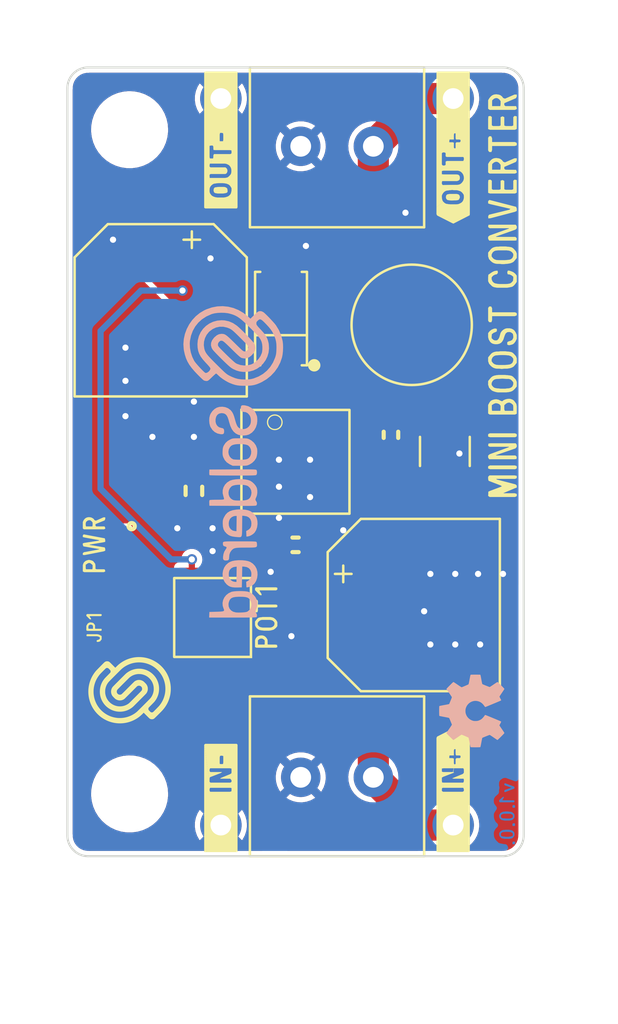
<source format=kicad_pcb>
(kicad_pcb (version 20210126) (generator pcbnew)
  (layers (0 "F.Cu" mixed) (31 "B.Cu" signal) (34 "B.Paste" user) (35 "F.Paste" user) (36 "B.SilkS" user "B.Silkscreen") (37 "F.SilkS" user "F.Silkscreen") (38 "B.Mask" user) (39 "F.Mask" user) (44 "Edge.Cuts" user))
  (net 0 "")
  (net 1 "GND")
  (net 2 "VIN")
  (net 3 "Net-(C2-Pad2)")
  (net 4 "VOUT")
  (net 5 "Net-(D1-Pad1)")
  (net 6 "Net-(L1-Pad1)")
  (net 7 "Net-(R2-Pad2)")
  (net 8 "Net-(R3-Pad2)")
  (net 10 "Net-(D2-Pad1)")
  (net 11 "Net-(JP1-Pad2)")
  (footprint "e-radionica.com footprinti:1210R" (layer "F.Cu") (at 88.2 130.5 90)
    (fp_text reference "R1")
    (fp_text value "CR1210JR030P05Z")
    (pad "1" smd rect (at -1.525 0 180) (size 2.65 1.2) (layers "F.Cu" "F.Paste" "F.Mask") (net 2 "VIN"))
    (pad "2" smd rect (at 1.525 0 180) (size 2.65 1.2) (layers "F.Cu" "F.Paste" "F.Mask") (net 6 "Net-(L1-Pad1)"))
  )
  (footprint "e-radionica.com footprinti:HOLE_3.2mm" (layer "F.Cu") (at 73 115)
    (fp_text reference "H2" hide)
    (fp_text value "HOLE_3.2mm" hide)
    (pad "" np_thru_hole circle (at 0 0) (size 3.2 3.2) (drill 3.2) (layers F&B.Cu *.Mask))
  )
  (footprint "e-radionica.com footprinti:ELECTROLITIC_CAP_8x8x14.5" (layer "F.Cu") (at 74.5 123.7 -90)
    (fp_text reference "C3")
    (fp_text value "VKMD1451K101MV")
    (pad "1" smd rect (at -3.3 0) (size 1.2 3.4) (layers "F.Cu" "F.Paste" "F.Mask") (net 4 "VOUT"))
    (pad "2" smd rect (at 3.3 0) (size 1.2 3.4) (layers "F.Cu" "F.Paste" "F.Mask") (net 1 "GND"))
  )
  (footprint "e-radionica.com footprinti:ELECTROLITIC_CAP_8x8x14.5" (layer "F.Cu") (at 86.7 137.9)
    (fp_text reference "C1")
    (fp_text value "VKMD1451K101MV")
    (pad "1" smd rect (at -3.3 0 90) (size 1.2 3.4) (layers "F.Cu" "F.Paste" "F.Mask") (net 2 "VIN"))
    (pad "2" smd rect (at 3.3 0 90) (size 1.2 3.4) (layers "F.Cu" "F.Paste" "F.Mask") (net 1 "GND"))
  )
  (footprint "buzzardLabel" (layer "F.Cu") (at 88.6 150.2 90)
    (fp_text reference "" (at 0 0 90) (layer "F.SilkS") (effects (font (size 1.27 1.27))))
    (fp_text value "" (at 0 0 90) (layer "F.SilkS") (effects (font (size 1.27 1.27))))
  )
  (footprint "e-radionica.com footprinti:HEADER_MALE_1X1" (layer "F.Cu") (at 88.6 113.5)
    (fp_text reference "K4")
    (fp_text value "HEADER_MALE_1X1")
    (pad "1" thru_hole circle (at 0 0) (size 2 2) (drill 1) (layers *.Cu *.Mask) (net 4 "VOUT"))
  )
  (footprint "e-radionica.com footprinti:SOIC−8" (layer "F.Cu") (at 81 131)
    (fp_text reference "U1")
    (fp_text value "MC34063ADR")
    (pad "1" smd rect (at -2.7 -1.905) (size 1.55 0.6) (layers "F.Cu" "F.Paste" "F.Mask") (net 5 "Net-(D1-Pad1)"))
    (pad "2" smd rect (at -2.6 -0.635) (size 1.55 0.6) (layers "F.Cu" "F.Paste" "F.Mask") (net 1 "GND"))
    (pad "3" smd rect (at -2.6 0.635) (size 1.55 0.6) (layers "F.Cu" "F.Paste" "F.Mask") (net 3 "Net-(C2-Pad2)"))
    (pad "4" smd rect (at -2.6 1.905) (size 1.55 0.6) (layers "F.Cu" "F.Paste" "F.Mask") (net 1 "GND"))
    (pad "5" smd rect (at 2.6 1.905) (size 1.55 0.6) (layers "F.Cu" "F.Paste" "F.Mask") (net 7 "Net-(R2-Pad2)"))
    (pad "6" smd rect (at 2.6 0.635) (size 1.55 0.6) (layers "F.Cu" "F.Paste" "F.Mask") (net 2 "VIN"))
    (pad "7" smd rect (at 2.6 -0.635) (size 1.55 0.6) (layers "F.Cu" "F.Paste" "F.Mask") (net 6 "Net-(L1-Pad1)"))
    (pad "8" smd rect (at 2.6 -1.905) (size 1.55 0.6) (layers "F.Cu" "F.Paste" "F.Mask") (net 8 "Net-(R3-Pad2)"))
  )
  (footprint "e-radionica.com footprinti:0402R" (layer "F.Cu") (at 72.5 137 90)
    (fp_text reference "R5")
    (fp_text value "1k")
    (pad "1" smd rect (at -0.5 0 180) (size 0.64 0.54) (layers "F.Cu" "F.Paste" "F.Mask") (net 11 "Net-(JP1-Pad2)"))
    (pad "2" smd rect (at 0.5 0 180) (size 0.64 0.54) (layers "F.Cu" "F.Paste" "F.Mask") (net 10 "Net-(D2-Pad1)"))
  )
  (footprint "Soldered Graphics:Logo-Front-Soldered-4mm" (layer "F.Cu") (at 73 142 90)
    (fp_text reference "G***" hide)
    (fp_text value "LOGO" hide)
  )
  (footprint "buzzardLabel" (layer "F.Cu") (at 71.3 135 90)
    (fp_text reference "" (at 0 0 90) (layer "F.SilkS") (effects (font (size 1.27 1.27))))
    (fp_text value "" (at 0 0 90) (layer "F.SilkS") (effects (font (size 1.27 1.27))))
  )
  (footprint "e-radionica.com footprinti:HOLE_3.2mm" (layer "F.Cu") (at 73 147)
    (fp_text reference "H1" hide)
    (fp_text value "HOLE_3.2mm" hide)
    (pad "" np_thru_hole circle (at 0 0) (size 3.2 3.2) (drill 3.2) (layers F&B.Cu *.Mask))
  )
  (footprint "buzzardLabel" (layer "F.Cu") (at 71.3 139 90)
    (fp_text reference "" (at 0 0 90) (layer "F.SilkS") (effects (font (size 1.27 1.27))))
    (fp_text value "" (at 0 0 90) (layer "F.SilkS") (effects (font (size 1.27 1.27))))
  )
  (footprint "e-radionica.com footprinti:HEADER_MALE_1X1" (layer "F.Cu") (at 88.6 148.5)
    (fp_text reference "K1")
    (fp_text value "HEADER_MALE_1X1")
    (pad "1" thru_hole circle (at 0 0) (size 2 2) (drill 1) (layers *.Cu *.Mask) (net 2 "VIN"))
  )
  (footprint "buzzardLabel" (layer "F.Cu") (at 91 123 90)
    (fp_text reference "" (at 0 0 90) (layer "F.SilkS") (effects (font (size 1.27 1.27))))
    (fp_text value "" (at 0 0 90) (layer "F.SilkS") (effects (font (size 1.27 1.27))))
  )
  (footprint "buzzardLabel" (layer "F.Cu") (at 88.6 111.8 90)
    (fp_text reference "" (at 0 0 90) (layer "F.SilkS") (effects (font (size 1.27 1.27))))
    (fp_text value "" (at 0 0 90) (layer "F.SilkS") (effects (font (size 1.27 1.27))))
  )
  (footprint "Soldered Graphics:Logo-Back-OSH-3.5mm" (layer "F.Cu") (at 89.5 143 90)
    (fp_text reference "G***" hide)
    (fp_text value "LOGO" hide)
  )
  (footprint "e-radionica.com footprinti:SMA_DIODE" (layer "F.Cu") (at 80.3 124.1 -90)
    (fp_text reference "D1")
    (fp_text value "SS36A")
    (pad "1" smd rect (at -1.95 0) (size 1.7 1.5) (layers "F.Cu" "F.Paste" "F.Mask") (net 5 "Net-(D1-Pad1)"))
    (pad "2" smd rect (at 1.95 0) (size 1.7 1.5) (layers "F.Cu" "F.Paste" "F.Mask") (net 4 "VOUT"))
  )
  (footprint "e-radionica.com footprinti:2P_TERMINAL_3.5MM" (layer "F.Cu") (at 83 115.8 180)
    (fp_text reference "K5")
    (fp_text value "2P_TERMINAL_3.5MM")
    (pad "1" thru_hole circle (at -1.75 0 180) (size 1.9 1.9) (drill 1) (layers *.Cu *.Mask) (net 4 "VOUT"))
    (pad "2" thru_hole circle (at 1.75 0 180) (size 1.9 1.9) (drill 1) (layers *.Cu *.Mask) (net 1 "GND"))
  )
  (footprint "e-radionica.com footprinti:CMLF0504-330KTT" (layer "F.Cu") (at 86.6 124.4 90)
    (fp_text reference "L1")
    (fp_text value "GCD54-100MC")
    (pad "1" smd rect (at -2 0 180) (size 5.5 2.5) (layers "F.Cu" "F.Paste" "F.Mask") (net 6 "Net-(L1-Pad1)"))
    (pad "2" smd rect (at 2 0 180) (size 5.5 2.5) (layers "F.Cu" "F.Paste" "F.Mask") (net 5 "Net-(D1-Pad1)"))
  )
  (footprint "e-radionica.com footprinti:0603R" (layer "F.Cu") (at 85.6 129.7 90)
    (fp_text reference "R3")
    (fp_text value "180R")
    (pad "1" smd rect (at -0.775 0 180) (size 1 0.64) (layers "F.Cu" "F.Paste" "F.Mask") (net 6 "Net-(L1-Pad1)"))
    (pad "2" smd rect (at 0.775 0 180) (size 1 0.64) (layers "F.Cu" "F.Paste" "F.Mask") (net 8 "Net-(R3-Pad2)"))
  )
  (footprint "buzzardLabel" (layer "F.Cu") (at 77.4 111.8 90)
    (fp_text reference "" (at 0 0 90) (layer "F.SilkS") (effects (font (size 1.27 1.27))))
    (fp_text value "" (at 0 0 90) (layer "F.SilkS") (effects (font (size 1.27 1.27))))
  )
  (footprint "e-radionica.com footprinti:2P_TERMINAL_3.5MM" (layer "F.Cu") (at 83 146.2)
    (fp_text reference "K2")
    (fp_text value "2P_TERMINAL_3.5MM")
    (pad "1" thru_hole circle (at -1.75 0) (size 1.9 1.9) (drill 1) (layers *.Cu *.Mask) (net 1 "GND"))
    (pad "2" thru_hole circle (at 1.75 0) (size 1.9 1.9) (drill 1) (layers *.Cu *.Mask) (net 2 "VIN"))
  )
  (footprint "e-radionica.com footprinti:SMD-JUMPER-CONNECTED_TRACE_NOSLODERMASK" (layer "F.Cu") (at 72.5 139 90)
    (fp_text reference "JP1")
    (fp_text value "SMD-JUMPER-CONNECTED_TRACE_NOSLODERMASK")
    (fp_poly (pts (xy 0.1 0.1) (xy -0.1 0.1) (xy -0.1 -0.1) (xy 0.1 -0.1)) (layer "F.Cu") (width 0.1) (fill solid))
    (pad "1" smd rect (at -0.35 0 90) (size 0.5 1) (layers "F.Cu") (net 4 "VOUT"))
    (pad "2" smd rect (at 0.35 0 90) (size 0.5 1) (layers "F.Cu") (net 11 "Net-(JP1-Pad2)"))
  )
  (footprint "e-radionica.com footprinti:tc33x-2-103e" (layer "F.Cu") (at 77 138.5 180)
    (fp_text reference "R4")
    (fp_text value "tc33x-2-104e")
    (pad "1" smd rect (at -1 1.8 180) (size 1.2 1.2) (layers "F.Cu" "F.Paste" "F.Mask"))
    (pad "2" smd rect (at 0 -1.45 180) (size 1.6 1.5) (layers "F.Cu" "F.Paste" "F.Mask") (net 7 "Net-(R2-Pad2)"))
    (pad "3" smd rect (at 1 1.8 180) (size 1.2 1.2) (layers "F.Cu" "F.Paste" "F.Mask") (net 4 "VOUT"))
  )
  (footprint "e-radionica.com footprinti:FIDUCIAL_1MM_PASTE" (layer "F.Cu") (at 80 149)
    (fp_text reference "FD1")
    (fp_text value "Fiducial_Stencil")
    (pad "1" smd circle (at 0 0) (size 1 1) (property pad_prop_fiducial_glob) (layers "F.Cu" "F.Paste" "F.Mask"))
  )
  (footprint "e-radionica.com footprinti:0603C" (layer "F.Cu") (at 76.1 132.4 90)
    (fp_text reference "C2")
    (fp_text value "470pF")
    (pad "1" smd rect (at -0.73 0 90) (size 0.66 1) (layers "F.Cu" "F.Paste" "F.Mask") (net 1 "GND"))
    (pad "2" smd rect (at 0.73 0 90) (size 0.66 1) (layers "F.Cu" "F.Paste" "F.Mask") (net 3 "Net-(C2-Pad2)"))
  )
  (footprint "e-radionica.com footprinti:0402LED" (layer "F.Cu") (at 72.5 135 90)
    (fp_text reference "D2")
    (fp_text value "purple")
    (pad "1" smd rect (at -0.55 0 180) (size 0.75 0.45) (layers "F.Cu" "F.Paste" "F.Mask") (net 10 "Net-(D2-Pad1)"))
    (pad "2" smd rect (at 0.55 0 180) (size 0.75 0.45) (layers "F.Cu" "F.Paste" "F.Mask") (net 1 "GND"))
  )
  (footprint "Soldered Graphics:Logo-Back-SolderedFULL-15mm" (layer "F.Cu") (at 78 131 90)
    (fp_text reference "REF**" hide)
    (fp_text value "Logo-Front-SolderedFULL-15mm" hide)
  )
  (footprint "buzzardLabel" (layer "F.Cu") (at 77.4 150.2 90)
    (fp_text reference "" (at 0 0 90) (layer "F.SilkS") (effects (font (size 1.27 1.27))))
    (fp_text value "" (at 0 0 90) (layer "F.SilkS") (effects (font (size 1.27 1.27))))
  )
  (footprint "e-radionica.com footprinti:HEADER_MALE_1X1" (layer "F.Cu") (at 77.4 148.5)
    (fp_text reference "K3")
    (fp_text value "HEADER_MALE_1X1")
    (pad "1" thru_hole circle (at 0 0) (size 2 2) (drill 1) (layers *.Cu *.Mask) (net 1 "GND"))
  )
  (footprint "buzzardLabel" (layer "F.Cu") (at 79.6 138.5 90)
    (fp_text reference "" (at 0 0 90) (layer "F.SilkS") (effects (font (size 1.27 1.27))))
    (fp_text value "" (at 0 0 90) (layer "F.SilkS") (effects (font (size 1.27 1.27))))
  )
  (footprint "e-radionica.com footprinti:HEADER_MALE_1X1" (layer "F.Cu") (at 77.4 113.5)
    (fp_text reference "K6")
    (fp_text value "HEADER_MALE_1X1")
    (pad "1" thru_hole circle (at 0 0) (size 2 2) (drill 1) (layers *.Cu *.Mask) (net 1 "GND"))
  )
  (footprint "e-radionica.com footprinti:0603R" (layer "F.Cu") (at 81 135)
    (fp_text reference "R2")
    (fp_text value "3.3k")
    (pad "1" smd rect (at -0.775 0 90) (size 1 0.64) (layers "F.Cu" "F.Paste" "F.Mask") (net 1 "GND"))
    (pad "2" smd rect (at 0.775 0 90) (size 1 0.64) (layers "F.Cu" "F.Paste" "F.Mask") (net 7 "Net-(R2-Pad2)"))
  )
  (footprint "Soldered Graphics:Version1.0.0." (layer "B.Cu") (at 91.2 148 -90)
    (fp_text reference "" (at 0 0 -90) (layer "B.SilkS") (effects (font (size 1.27 1.27)) (justify mirror)))
    (fp_text value "" (at 0 0 -90) (layer "B.SilkS") (effects (font (size 1.27 1.27)) (justify mirror)))
    (fp_poly (pts (xy -0.67 -0.35) (xy -0.62 -0.35) (xy -0.6 -0.31) (xy -0.6 0.35) (xy -0.64 0.38) (xy -0.69 0.38) (xy -0.73 0.34) (xy -0.84 0.22) (xy -0.86 0.17) (xy -0.83 0.16) (xy -0.73 0.22) (xy -0.69 0.23) (xy -0.69 -0.31) (xy -0.67 -0.35)) (layer "B.Cu") (width 0.01) (fill solid))
    (fp_poly (pts (xy 0.93 -0.35) (xy 0.99 -0.35) (xy 1.04 -0.33) (xy 1.01 -0.28) (xy 0.91 -0.28) (xy 0.87 -0.25) (xy 0.85 -0.2) (xy 0.83 -0.15) (xy 0.83 -0.11) (xy 0.82 0.01) (xy 0.83 0.13) (xy 0.83 0.17) (xy 0.84 0.22) (xy 0.87 0.27) (xy 0.9 0.3) (xy 1.01 0.3) (xy 1.04 0.26) (xy 1.05 0.21) (xy 1.06 0.15) (xy 1.07 0.05) (xy 1.07 -0.08) (xy 1.06 -0.12) (xy 1.06 -0.17) (xy 1.04 -0.22) (xy 1.02 -0.27) (xy 1.01 -0.28) (xy 1.05 -0.32) (xy 1.09 -0.29) (xy 1.12 -0.26) (xy 1.14 -0.22) (xy 1.15 -0.16) (xy 1.16 -0.11) (xy 1.16 -0.06) (xy 1.16 0.06) (xy 1.16 0.12) (xy 1.15 0.17) (xy 1.14 0.22) (xy 1.13 0.27) (xy 1.1 0.3) (xy 1.06 0.34) (xy 1.01 0.37) (xy 0.95 0.38) (xy 0.9 0.38) (xy 0.84 0.35) (xy 0.8 0.31) (xy 0.78 0.28) (xy 0.75 0.23) (xy 0.74 0.18) (xy 0.74 0.13) (xy 0.73 0.08) (xy 0.73 -0.04) (xy 0.73 -0.1) (xy 0.74 -0.14) (xy 0.75 -0.2) (xy 0.77 -0.25) (xy 0.79 -0.28) (xy 0.83 -0.32) (xy 0.89 -0.35) (xy 0.93 -0.35)) (layer "B.Cu") (width 0.01) (fill solid))
    (fp_poly (pts (xy -0.44 -0.38) (xy -0.39 -0.38) (xy -0.34 -0.37) (xy -0.34 -0.33) (xy -0.34 -0.27) (xy -0.38 -0.26) (xy -0.43 -0.26) (xy -0.46 -0.29) (xy -0.46 -0.34) (xy -0.44 -0.38)) (layer "B.Cu") (width 0.01) (fill solid))
    (fp_poly (pts (xy 0.06 -0.35) (xy 0.11 -0.35) (xy 0.17 -0.33) (xy 0.13 -0.28) (xy 0.03 -0.28) (xy -0.01 -0.25) (xy -0.03 -0.2) (xy -0.05 -0.15) (xy -0.05 -0.11) (xy -0.05 0.01) (xy -0.05 0.13) (xy -0.05 0.17) (xy -0.03 0.22) (xy -0.01 0.27) (xy 0.02 0.3) (xy 0.13 0.3) (xy 0.16 0.26) (xy 0.18 0.21) (xy 0.18 0.15) (xy 0.19 0.05) (xy 0.19 -0.08) (xy 0.19 -0.12) (xy 0.18 -0.17) (xy 0.16 -0.22) (xy 0.14 -0.27) (xy 0.14 -0.28) (xy 0.17 -0.32) (xy 0.21 -0.29) (xy 0.24 -0.26) (xy 0.26 -0.22) (xy 0.27 -0.16) (xy 0.28 -0.11) (xy 0.28 -0.06) (xy 0.28 0.06) (xy 0.28 0.12) (xy 0.27 0.17) (xy 0.26 0.22) (xy 0.25 0.27) (xy 0.22 0.3) (xy 0.19 0.34) (xy 0.13 0.37) (xy 0.08 0.38) (xy 0.02 0.38) (xy -0.03 0.35) (xy -0.08 0.31) (xy -0.1 0.28) (xy -0.12 0.23) (xy -0.14 0.18) (xy -0.14 0.13) (xy -0.15 0.08) (xy -0.15 -0.04) (xy -0.14 -0.1) (xy -0.14 -0.14) (xy -0.13 -0.2) (xy -0.11 -0.25) (xy -0.08 -0.28) (xy -0.05 -0.32) (xy 0.01 -0.35) (xy 0.06 -0.35)) (layer "B.Cu") (width 0.01) (fill solid))
    (fp_poly (pts (xy 0.43 -0.38) (xy 0.48 -0.38) (xy 0.54 -0.37) (xy 0.54 -0.33) (xy 0.54 -0.27) (xy 0.5 -0.26) (xy 0.45 -0.26) (xy 0.42 -0.29) (xy 0.42 -0.34) (xy 0.43 -0.38)) (layer "B.Cu") (width 0.01) (fill solid))
    (fp_poly (pts (xy -1.33 -0.35) (xy -1.27 -0.35) (xy -1.25 -0.31) (xy -1.09 0.1) (xy -1.11 0.13) (xy -1.16 0.13) (xy -1.19 0.1) (xy -1.28 -0.16) (xy -1.3 -0.21) (xy -1.32 -0.17) (xy -1.41 0.09) (xy -1.44 0.13) (xy -1.49 0.13) (xy -1.51 0.1) (xy -1.36 -0.31) (xy -1.33 -0.35)) (layer "B.Cu") (width 0.01) (fill solid))
    (fp_poly (pts (xy 1.31 -0.38) (xy 1.36 -0.38) (xy 1.41 -0.37) (xy 1.42 -0.33) (xy 1.42 -0.27) (xy 1.38 -0.26) (xy 1.33 -0.26) (xy 1.3 -0.29) (xy 1.3 -0.34) (xy 1.31 -0.38)) (layer "B.Cu") (width 0.01) (fill solid))
  )
  (gr_arc (start 71 113) (end 71 112) (angle -90) (layer "Edge.Cuts") (width 0.1))
  (gr_arc (start 91 113) (end 91 112) (angle 90) (layer "Edge.Cuts") (width 0.1))
  (gr_arc (start 91 149) (end 91 150) (angle -90) (layer "Edge.Cuts") (width 0.1))
  (gr_line (start 70 113) (end 70 149) (layer "Edge.Cuts") (width 0.1))
  (gr_arc (start 71 149) (end 71 150) (angle 90) (layer "Edge.Cuts") (width 0.1))
  (gr_line (start 71 150) (end 91 150) (layer "Edge.Cuts") (width 0.1))
  (gr_line (start 92 149) (end 92 113) (layer "Edge.Cuts") (width 0.1))
  (gr_line (start 91 112) (end 71 112) (layer "Edge.Cuts") (width 0.1))
  (via (at 81.7 130.9) (size 0.5) (drill 0.3) (layers "F.Cu" "B.Cu") (net 1))
  (via (at 75.3 134.2) (size 0.5) (drill 0.3) (layers "F.Cu" "B.Cu") (net 1))
  (via (at 77 134.2) (size 0.5) (drill 0.3) (layers "F.Cu" "B.Cu") (net 1))
  (via (at 80.8 139.4) (size 0.5) (drill 0.3) (layers "F.Cu" "B.Cu") (net 1))
  (via (at 88.7 136.4) (size 0.5) (drill 0.3) (layers "F.Cu" "B.Cu") (net 1))
  (via (at 87.5 139.8) (size 0.5) (drill 0.3) (layers "F.Cu" "B.Cu") (net 1))
  (via (at 77 135.3) (size 0.5) (drill 0.3) (layers "F.Cu" "B.Cu") (net 1))
  (via (at 83.3 134.3) (size 0.5) (drill 0.3) (layers "F.Cu" "B.Cu") (net 1))
  (via (at 79.8 136.3) (size 0.5) (drill 0.3) (layers "F.Cu" "B.Cu") (net 1))
  (via (at 87.5 136.4) (size 0.5) (drill 0.3) (layers "F.Cu" "B.Cu") (net 1))
  (via (at 80.2 133.7) (size 0.5) (drill 0.3) (layers "F.Cu" "B.Cu") (net 1))
  (via (at 86.3 119) (size 0.5) (drill 0.3) (layers "F.Cu" "B.Cu") (net 1))
  (via (at 72.8 127.1) (size 0.5) (drill 0.3) (layers "F.Cu" "B.Cu") (net 1))
  (via (at 81.5 120.6) (size 0.5) (drill 0.3) (layers "F.Cu" "B.Cu") (net 1))
  (via (at 74.1 129.8) (size 0.5) (drill 0.3) (layers "F.Cu" "B.Cu") (net 1))
  (via (at 88.7 139.8) (size 0.5) (drill 0.3) (layers "F.Cu" "B.Cu") (net 1))
  (via (at 88.9 130.6) (size 0.5) (drill 0.3) (layers "F.Cu" "B.Cu") (net 1))
  (via (at 76.9 121.2) (size 0.5) (drill 0.3) (layers "F.Cu" "B.Cu") (net 1))
  (via (at 89.8 136.4) (size 0.5) (drill 0.3) (layers "F.Cu" "B.Cu") (net 1))
  (via (at 76.1 129.8) (size 0.5) (drill 0.3) (layers "F.Cu" "B.Cu") (net 1))
  (via (at 81.7 132.7) (size 0.5) (drill 0.3) (layers "F.Cu" "B.Cu") (net 1))
  (via (at 72.8 125.5) (size 0.5) (drill 0.3) (layers "F.Cu" "B.Cu") (net 1))
  (via (at 91 136.4) (size 0.5) (drill 0.3) (layers "F.Cu" "B.Cu") (net 1))
  (via (at 72.2 120.3) (size 0.5) (drill 0.3) (layers "F.Cu" "B.Cu") (net 1))
  (via (at 80.2 130.9) (size 0.5) (drill 0.3) (layers "F.Cu" "B.Cu") (net 1))
  (via (at 89.9 139.8) (size 0.5) (drill 0.3) (layers "F.Cu" "B.Cu") (net 1))
  (via (at 80.2 132.2) (size 0.5) (drill 0.3) (layers "F.Cu" "B.Cu") (net 1))
  (via (at 72.8 128.8) (size 0.5) (drill 0.3) (layers "F.Cu" "B.Cu") (net 1))
  (via (at 76.1 128.1) (size 0.5) (drill 0.3) (layers "F.Cu" "B.Cu") (net 1))
  (via (at 87.2 138.2) (size 0.5) (drill 0.3) (layers "F.Cu" "B.Cu") (net 1))
  (segment (start 84.75 141.75) (end 83.4 140.4) (width 1.5) (layer "F.Cu") (net 2))
  (segment (start 83.4 136.825) (end 88.2 132.025) (width 1.5) (layer "F.Cu") (net 2))
  (segment (start 84.75 146.2) (end 84.75 141.75) (width 1.5) (layer "F.Cu") (net 2))
  (segment (start 88.6 148.5) (end 87.05 148.5) (width 1.5) (layer "F.Cu") (net 2))
  (segment (start 87.05 148.5) (end 84.75 146.2) (width 1.5) (layer "F.Cu") (net 2))
  (segment (start 83.4 137.9) (end 83.4 136.825) (width 1.5) (layer "F.Cu") (net 2))
  (segment (start 85.325 132.025) (end 88.2 132.025) (width 1) (layer "F.Cu") (net 2))
  (segment (start 84.935 131.635) (end 85.325 132.025) (width 1) (layer "F.Cu") (net 2))
  (segment (start 83.6 131.635) (end 84.935 131.635) (width 1) (layer "F.Cu") (net 2))
  (segment (start 83.4 140.4) (end 83.4 137.9) (width 1.5) (layer "F.Cu") (net 2))
  (segment (start 78.4 131.635) (end 76.135 131.635) (width 0.3) (layer "F.Cu") (net 3))
  (segment (start 76.135 131.635) (end 76.1 131.67) (width 0.3) (layer "F.Cu") (net 3))
  (segment (start 73.95 139.35) (end 76 137.3) (width 0.254) (layer "F.Cu") (net 4))
  (segment (start 72.5 139.35) (end 73.95 139.35) (width 0.254) (layer "F.Cu") (net 4))
  (segment (start 78.85 126.05) (end 75.55 122.75) (width 1.5) (layer "F.Cu") (net 4))
  (segment (start 76 136.7) (end 76 135.7) (width 0.3) (layer "F.Cu") (net 4))
  (segment (start 75.55 122.75) (end 74.5 121.7) (width 1.5) (layer "F.Cu") (net 4))
  (segment (start 75.8 119.1) (end 83 119.1) (width 1.5) (layer "F.Cu") (net 4))
  (segment (start 88.6 113.5) (end 87.05 113.5) (width 1.5) (layer "F.Cu") (net 4))
  (segment (start 80.3 126.05) (end 78.85 126.05) (width 1.5) (layer "F.Cu") (net 4))
  (segment (start 74.5 120.4) (end 75.8 119.1) (width 1.5) (layer "F.Cu") (net 4))
  (segment (start 83 119.1) (end 84.75 117.35) (width 1.5) (layer "F.Cu") (net 4))
  (segment (start 87.05 113.5) (end 84.75 115.8) (width 1.5) (layer "F.Cu") (net 4))
  (segment (start 84.75 117.35) (end 84.75 115.8) (width 1.5) (layer "F.Cu") (net 4))
  (segment (start 74.5 121.7) (end 74.5 120.4) (width 1.5) (layer "F.Cu") (net 4))
  (segment (start 76 137.3) (end 76 136.7) (width 0.254) (layer "F.Cu") (net 4))
  (via (at 75.55 122.75) (size 0.5) (drill 0.3) (layers "F.Cu" "B.Cu") (net 4))
  (via (at 76 135.7) (size 0.5) (drill 0.3) (layers "F.Cu" "B.Cu") (net 4))
  (segment (start 71.6 132.3) (end 71.6 124.7) (width 0.3) (layer "B.Cu") (net 4))
  (segment (start 71.6 124.7) (end 73.55 122.75) (width 0.3) (layer "B.Cu") (net 4))
  (segment (start 76 135.7) (end 75 135.7) (width 0.3) (layer "B.Cu") (net 4))
  (segment (start 75 135.7) (end 71.6 132.3) (width 0.3) (layer "B.Cu") (net 4))
  (segment (start 73.55 122.75) (end 75.55 122.75) (width 0.3) (layer "B.Cu") (net 4))
  (segment (start 86.6 122.4) (end 80.55 122.4) (width 1.5) (layer "F.Cu") (net 5))
  (segment (start 80.605 129.095) (end 82.5 127.2) (width 1.5) (layer "F.Cu") (net 5))
  (segment (start 82.5 127.2) (end 82.5 124.35) (width 1.5) (layer "F.Cu") (net 5))
  (segment (start 78.3 129.095) (end 80.605 129.095) (width 1.5) (layer "F.Cu") (net 5))
  (segment (start 80.55 122.4) (end 80.3 122.15) (width 1.5) (layer "F.Cu") (net 5))
  (segment (start 80.45 122) (end 80.3 122.15) (width 1.5) (layer "F.Cu") (net 5))
  (segment (start 82.5 124.35) (end 80.3 122.15) (width 1.5) (layer "F.Cu") (net 5))
  (segment (start 86.7 130.475) (end 88.2 128.975) (width 1) (layer "F.Cu") (net 6))
  (segment (start 88.2 128) (end 88.2 128.975) (width 1.5) (layer "F.Cu") (net 6))
  (segment (start 86.6 126.4) (end 88.2 128) (width 1.5) (layer "F.Cu") (net 6))
  (segment (start 88.2 128.1) (end 88.2 128.975) (width 1.5) (layer "F.Cu") (net 6))
  (segment (start 85.6 130.475) (end 86.7 130.475) (width 1) (layer "F.Cu") (net 6))
  (segment (start 83.6 130.365) (end 85.49 130.365) (width 1) (layer "F.Cu") (net 6))
  (segment (start 85.49 130.365) (end 85.6 130.475) (width 1) (layer "F.Cu") (net 6))
  (segment (start 82.795 132.905) (end 81.775 133.925) (width 0.3) (layer "F.Cu") (net 7))
  (segment (start 83.6 132.905) (end 82.795 132.905) (width 0.3) (layer "F.Cu") (net 7))
  (segment (start 77.55 139.95) (end 81.775 135.725) (width 0.3) (layer "F.Cu") (net 7))
  (segment (start 81.775 133.925) (end 81.775 135) (width 0.3) (layer "F.Cu") (net 7))
  (segment (start 77 139.95) (end 77.55 139.95) (width 0.3) (layer "F.Cu") (net 7))
  (segment (start 81.775 135.725) (end 81.775 135) (width 0.3) (layer "F.Cu") (net 7))
  (segment (start 83.6 129.095) (end 85.43 129.095) (width 1) (layer "F.Cu") (net 8))
  (segment (start 85.43 129.095) (end 85.6 128.925) (width 1) (layer "F.Cu") (net 8))
  (segment (start 72.5 136.5) (end 72.5 135.55) (width 0.254) (layer "F.Cu") (net 10))
  (segment (start 72.5 137.5) (end 72.5 138.65) (width 0.254) (layer "F.Cu") (net 11))
  (zone (net 1) (net_name "GND") (layers F&B.Cu) (connect_pads (clearance 0.254)) (min_thickness 0.254) (fill yes (thermal_gap 0.254) (thermal_bridge_width 0.4))
    (polygon (pts (xy 92 150) (xy 70 150) (xy 70 112) (xy 92 112)))
  )
)
</source>
